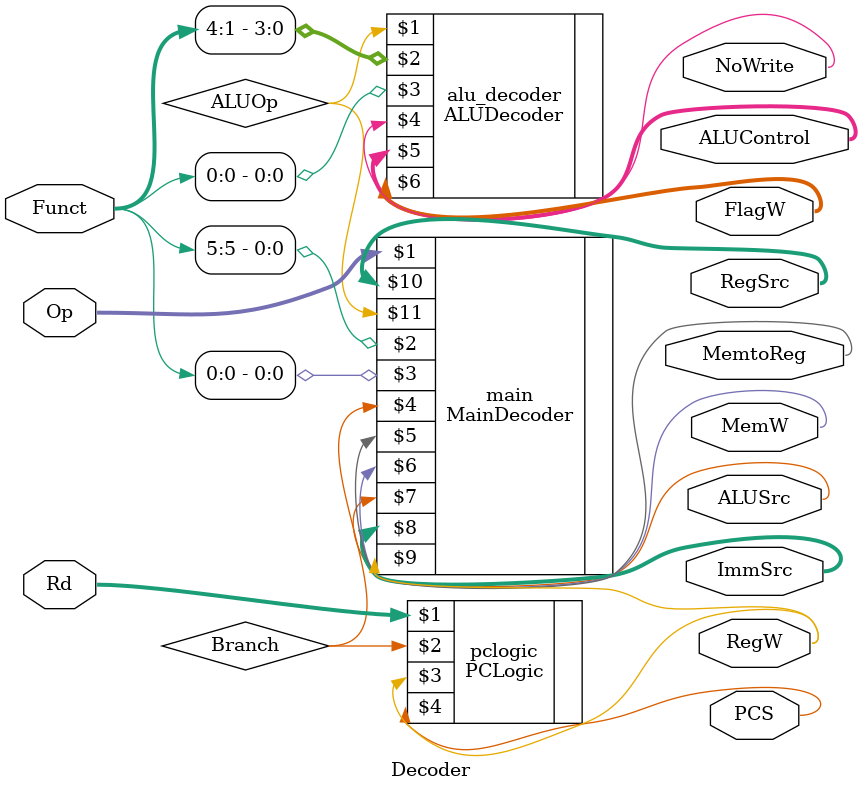
<source format=sv>
module Decoder (
  input   logic [3:0]   Rd,
  input   logic [1:0]   Op,
  input   logic [5:0]   Funct,
  output  logic         PCS,
  output  logic         RegW,
  output  logic         MemW,
  output  logic         MemtoReg,
  output  logic         ALUSrc,
  output  logic [1:0]   ImmSrc,
  output  logic [1:0]   RegSrc,
  output  logic         NoWrite,
  output  logic [1:0]   ALUControl,
  output  logic [1:0]   FlagW
);

logic ALUOp;
logic Branch;

PCLogic pclogic(
  Rd,
  Branch,
  RegW, // Might have issues here because of RegW being an output
  PCS
);

MainDecoder main(
  Op,
  Funct[5], // I
  Funct[0], // S
  Branch,
  MemtoReg,
  MemW,
  ALUSrc,
  ImmSrc,
  RegW,
  RegSrc,
  ALUOp
);

ALUDecoder alu_decoder(
  ALUOp,
  Funct[4:1], // cmd
  Funct[0],   // S
  NoWrite,
  ALUControl,
  FlagW
);

`ifdef  COCOTB_SIM 
initial
 begin
    $dumpfile("wave_sv.vcd");
    $dumpvars(
      0,
      Rd,
      Op,
      Funct,
      PCS,
      RegW,
      MemW,
      MemtoReg,
      ALUSrc,
      ImmSrc,
      RegSrc,
      NoWrite,
      ALUControl,
      FlagW
    );
    #5;
 end
 `endif

endmodule

</source>
